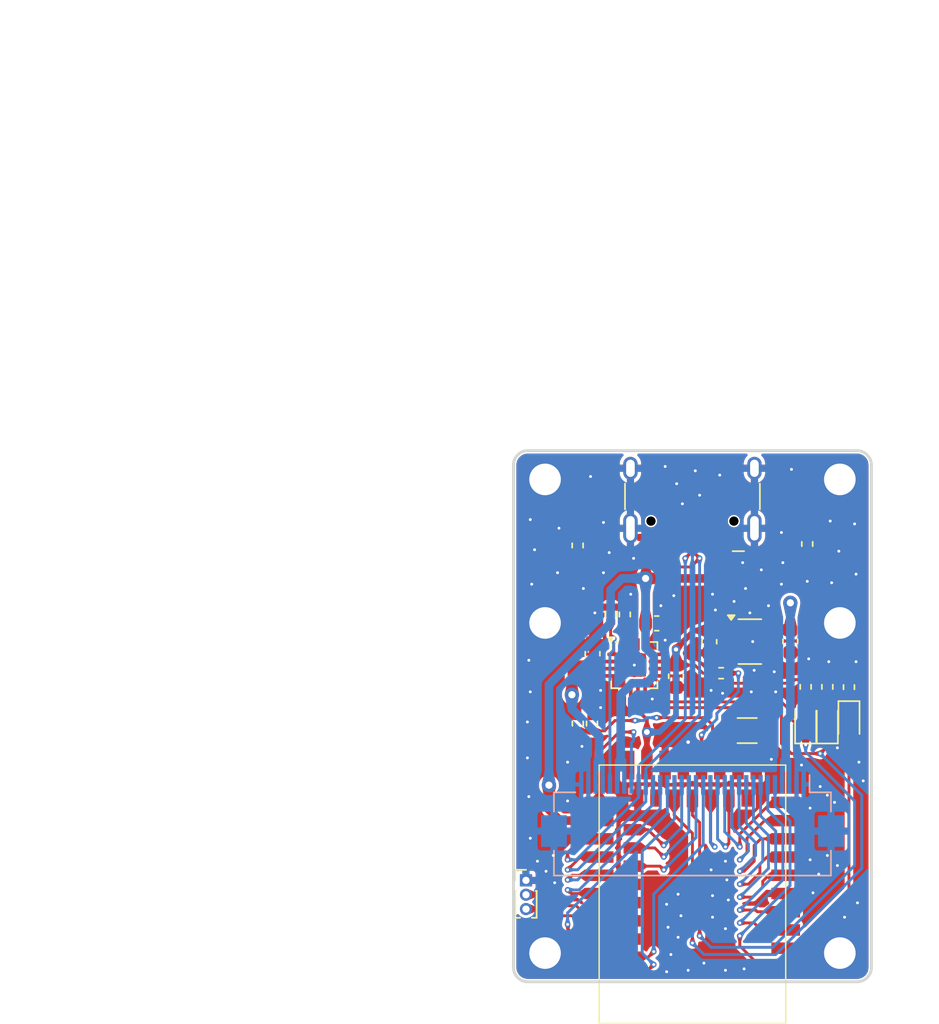
<source format=kicad_pcb>
(kicad_pcb (version 20241229) (generator "pcbnew") (generator_version "9.0")
  (layers (0 "F.Cu" signal) (2 "B.Cu" signal) (13 "F.Paste" user) (15 "B.Paste" user) (5 "F.SilkS" user "F.Silkscreen") (7 "B.SilkS" user "B.Silkscreen") (1 "F.Mask" user) (3 "B.Mask" user) (25 "Edge.Cuts" user))
  (net 0 "")
  (net 1 "GND")
  (net 2 "VBUS")
  (net 3 "VDDH")
  (net 4 "VBAT")
  (net 5 "EXT_VCC")
  (net 6 "BLUE_LED")
  (net 7 "Net-(D1-K)")
  (net 8 "CHG")
  (net 9 "Net-(D2-A)")
  (net 11 "DATA+")
  (net 13 "CC2")
  (net 14 "CC1")
  (net 15 "DATA-")
  (net 16 "SWC")
  (net 17 "SWD")
  (net 18 "P0.31")
  (net 19 "P0.30")
  (net 20 "P0.20")
  (net 21 "TXD")
  (net 22 "P0.28")
  (net 23 "P0.03")
  (net 24 "P0.17")
  (net 25 "P1.13")
  (net 26 "P0.15")
  (net 27 "TS")
  (net 28 "P0.13")
  (net 29 "P0.24")
  (net 30 "P1.11")
  (net 31 "P0.10")
  (net 32 "RESET")
  (net 33 "P0.09")
  (net 34 "P1.06")
  (net 35 "RXD")
  (net 36 "P0.29")
  (net 37 "P0.02")
  (net 38 "PGOOD")
  (net 39 "POWER_PIN")
  (net 40 "Net-(U3-ISET)")
  (net 41 "DCCH")
  (net 42 "BATTERY_PIN")
  (net 43 "Net-(U1-P0.01{slash}XL2)")
  (net 46 "nRF_VDD")
  (net 51 "Net-(U1-P0.00{slash}XL1)")
  (net 55 "Net-(D3-A)")
  (footprint "Capacitor_SMD:C_0603_1608Metric" (layer "F.Cu") (at 143.040998 95.641773 90)
    (property "Reference" "C5" (hide yes))
    (property "Value" "4.7uF")
  )
  (footprint "Resistor_SMD:R_0402_1005Metric" (layer "F.Cu") (at 145.28764 92.91 90)
    (property "Reference" "R10" (hide yes))
    (property "Value" "10k")
  )
  (footprint "Resistor_SMD:R_0402_1005Metric" (layer "F.Cu") (at 157.889064 97.952651 90)
    (property "Reference" "R8" (hide yes))
    (property "Value" "10k")
  )
  (footprint "MountingHole:MountingHole_2.2mm_M2_ISO7380_Pad_TopBottom" (layer "F.Cu") (at 139.73 93.5)
    (property "Reference" "H3" (hide yes))
    (property "Value" "MountingHole_Pad")
  )
  (footprint "LED_SMD:LED_0603_1608Metric" (layer "F.Cu") (at 159.4 100.4125 90)
    (property "Reference" "D3" (hide yes))
    (property "Value" "ORANGE")
  )
  (footprint "Capacitor_SMD:C_0603_1608Metric" (layer "F.Cu") (at 156.820511 94.783925 90)
    (property "Reference" "C2" (hide yes))
    (property "Value" "4.7uF")
  )
  (footprint "Resistor_SMD:R_0402_1005Metric" (layer "F.Cu") (at 159.400847 97.951821 90)
    (property "Reference" "R9" (hide yes))
    (property "Value" "10k")
  )
  (footprint "LED_SMD:LED_0603_1608Metric" (layer "F.Cu") (at 157.889064 100.4125 90)
    (property "Reference" "D2" (hide yes))
    (property "Value" "ORANGE")
  )
  (footprint "MountingHole:MountingHole_2.2mm_M2_ISO7380_Pad_TopBottom" (layer "F.Cu") (at 160.27 93.5)
    (property "Reference" "H4" (hide yes))
    (property "Value" "MountingHole_Pad")
  )
  (footprint "MountingHole:MountingHole_2.2mm_M2_ISO7380_Pad_TopBottom" (layer "F.Cu") (at 160.27 83.5)
    (property "Reference" "H2" (hide yes))
    (property "Value" "MountingHole_Pad")
  )
  (footprint "Capacitor_SMD:C_0603_1608Metric" (layer "F.Cu") (at 147.510391 93.528211 180)
    (property "Reference" "C3" (hide yes))
    (property "Value" "1uF")
  )
  (footprint "Resistor_SMD:R_0402_1005Metric" (layer "F.Cu") (at 160.906337 97.971886 90)
    (property "Reference" "R4" (hide yes))
    (property "Value" "1k")
  )
  (footprint "Connector_PinHeader_1.00mm:PinHeader_1x03_P1.00mm_Vertical" (layer "F.Cu") (at 138.4 111.433827)
    (property "Reference" "J2" (hide yes))
    (property "Value" "Conn_01x03_Pin")
  )
  (footprint "Resistor_SMD:R_0402_1005Metric" (layer "F.Cu") (at 142 88.1 -90)
    (property "Reference" "R2" (hide yes))
    (property "Value" "5.1k")
  )
  (footprint "MountingHole:MountingHole_2.2mm_M2_ISO7380_Pad_TopBottom" (layer "F.Cu") (at 139.73 83.5)
    (property "Reference" "H1" (hide yes))
    (property "Value" "MountingHole_Pad")
  )
  (footprint "MountingHole:MountingHole_2.2mm_M2_ISO7380_Pad_TopBottom" (layer "F.Cu") (at 139.73 116.5)
    (property "Reference" "H5" (hide yes))
    (property "Value" "MountingHole_Pad")
  )
  (footprint "LED_SMD:LED_0603_1608Metric" (layer "F.Cu") (at 160.906337 100.432434 -90)
    (property "Reference" "D1" (hide yes))
    (property "Value" "BLUE")
  )
  (footprint "Package_TO_SOT_SMD:SOT-23-5" (layer "F.Cu") (at 154 94.8)
    (property "Reference" "U2" (hide yes))
    (property "Value" "XC6220B331MR")
  )
  (footprint "Capacitor_SMD:C_0603_1608Metric" (layer "F.Cu") (at 148.854301 97.213223 90)
    (property "Reference" "C4" (hide yes))
    (property "Value" "4.7uF")
  )
  (footprint "MountingHole:MountingHole_2.2mm_M2_ISO7380_Pad_TopBottom" (layer "F.Cu") (at 160.27 116.5)
    (property "Reference" "H6" (hide yes))
    (property "Value" "MountingHole_Pad")
  )
  (footprint "Resistor_SMD:R_0402_1005Metric" (layer "F.Cu") (at 143 100.51 -90)
    (property "Reference" "R3" (hide yes))
    (property "Value" "820k")
  )
  (footprint "Connector_USB:USB_C_Receptacle_HCTL_HC-TYPE-C-16P-01A" (layer "F.Cu") (at 150 83.8 180)
    (property "Reference" "J1" (hide yes))
    (property "Value" "USB_C_Receptacle_USB2.0_16P")
  )
  (footprint "Resistor_SMD:R_0402_1005Metric" (layer "F.Cu") (at 152 97 180)
    (property "Reference" "R5" (hide yes))
    (property "Value" "10M")
  )
  (footprint "Resistor_SMD:R_0402_1005Metric" (layer "F.Cu") (at 158 88 -90)
    (property "Reference" "R1" (hide yes))
    (property "Value" "5.1k")
  )
  (footprint "Resistor_SMD:R_0402_1005Metric" (layer "F.Cu") (at 142.010718 100.511185 90)
    (property "Reference" "R6" (hide yes))
    (property "Value" "2M")
  )
  (footprint "Capacitor_SMD:C_0603_1608Metric" (layer "F.Cu") (at 151.179593 94.809231 90)
    (property "Reference" "C1" (hide yes))
    (property "Value" "10uF")
  )
  (footprint "Package_DFN_QFN:VQFN-16-1EP_3x3mm_P0.5mm_EP1.6x1.6mm" (layer "F.Cu") (at 145.95 96.4375)
    (property "Reference" "U3" (hide yes))
    (property "Value" "BQ24075RGT")
  )
  (footprint "Resistor_SMD:R_0402_1005Metric" (layer "F.Cu") (at 144.3 92.91 -90)
    (property "Reference" "R7" (hide yes))
    (property "Value" "10k")
  )
  (footprint "Library:E73-2G4M08S1C-52840" (layer "F.Cu") (at 150 112.4 -90)
    (property "Reference" "U1" (hide yes))
    (property "Value" "~")
  )
  (footprint "Crystal:Crystal_SMD_3215-2Pin_3.2x1.5mm" (layer "F.Cu") (at 153.813432 101 180)
    (property "Reference" "X1" (hide yes))
    (property "Value" "32768kHz")
  )
  (footprint "Connector_FFC-FPC:Hirose_FH12-32S-0.5SH_1x32-1MP_P0.50mm_Horizontal" (layer "B.Cu") (at 150 106.6 180)
    (property "Reference" "J3" (hide yes))
    (property "Value" "Conn_01x33_Socket")
  )
  (gr_line (start 137.53 117.5) (end 137.53 82.5) (stroke (width 0.2)) (layer "Edge.Cuts"))
  (gr_line (start 161.47 118.5) (end 138.53 118.5) (stroke (width 0.2)) (layer "Edge.Cuts"))
  (gr_line (start 162.47 82.5) (end 162.47 117.5) (stroke (width 0.2)) (layer "Edge.Cuts"))
  (gr_arc (start 137.53 82.5) (mid 137.822893 81.792893) (end 138.53 81.5) (stroke (width 0.2)) (layer "Edge.Cuts"))
  (gr_arc (start 162.47 117.5) (mid 162.177107 118.207107) (end 161.47 118.5) (stroke (width 0.2)) (layer "Edge.Cuts"))
  (gr_arc (start 138.53 118.5) (mid 137.822893 118.207107) (end 137.53 117.5) (stroke (width 0.2)) (layer "Edge.Cuts"))
  (gr_line (start 138.53 81.5) (end 161.47 81.5) (stroke (width 0.2)) (layer "Edge.Cuts"))
  (gr_arc (start 161.47 81.5) (mid 162.177107 81.792893) (end 162.47 82.5) (stroke (width 0.2)) (layer "Edge.Cuts"))
  (segment (start 145.95 96.703298) (end 145.95 96.4375) (width 0.2) (layer "F.Cu") (net 1))
  (segment (start 146.414798 97.1365) (end 146.383202 97.1365) (width 0.2) (layer "F.Cu") (net 1))
  (via (at 149.2 113.9) (size 0.4) (drill 0.2) (layers "F.Cu" "B.Cu") (net 1))
  (via (at 153.5 89.3) (size 0.4) (drill 0.2) (layers "F.Cu" "B.Cu") (net 1))
  (via (at 145.9 89) (size 0.4) (drill 0.2) (layers "F.Cu" "B.Cu") (net 1))
  (via (at 158.2 110) (size 0.4) (drill 0.2) (layers "F.Cu" "B.Cu") (net 1))
  (via (at 147.2 98.8) (size 0.4) (drill 0.2) (layers "F.Cu" "B.Cu") (net 1))
  (via (at 158.8 111) (size 0.4) (drill 0.2) (layers "F.Cu" "B.Cu") (net 1))
  (via (at 152.4 111.4) (size 0.4) (drill 0.2) (layers "F.Cu" "B.Cu") (net 1))
  (via (at 158.2 106.4) (size 0.4) (drill 0.2) (layers "F.Cu" "B.Cu") (net 1))
  (via (at 152.3 114.8) (size 0.4) (drill 0.2) (layers "F.Cu" "B.Cu") (net 1))
  (via (at 148.5 116.6) (size 0.4) (drill 0.2) (layers "F.Cu" "B.Cu") (net 1))
  (via (at 147.8 92.3) (size 0.4) (drill 0.2) (layers "F.Cu" "B.Cu") (net 1))
  (via (at 152.5 112.8) (size 0.4) (drill 0.2) (layers "F.Cu" "B.Cu") (net 1))
  (via (at 148.2 113.1) (size 0.4) (drill 0.2) (layers "F.Cu" "B.Cu") (net 1))
  (via (at 149.7 101.8) (size 0.5) (drill 0.25) (layers "F.Cu" "B.Cu") (net 1))
  (via (at 140.4 111.6) (size 0.4) (drill 0.2) (layers "F.Cu" "B.Cu") (net 1))
  (via (at 153.7 91.1) (size 0.4) (drill 0.2) (layers "F.Cu" "B.Cu") (net 1))
  (via (at 154.3 96.8) (size 0.4) (drill 0.2) (layers "F.Cu" "B.Cu") (net 1))
  (via (at 143.6 98.2) (size 0.4) (drill 0.2) (layers "F.Cu" "B.Cu") (net 1))
  (via (at 150.5 84.6) (size 0.4) (drill 0.2) (layers "F.Cu" "B.Cu") (net 1))
  (via (at 154.1 98.3) (size 0.4) (drill 0.2) (layers "F.Cu" "B.Cu") (net 1))
  (via (at 151.3 110.7) (size 0.4) (drill 0.2) (layers "F.Cu" "B.Cu") (net 1))
  (via (at 143.2 92.8) (size 0.4) (drill 0.2) (layers "F.Cu" "B.Cu") (net 1))
  (via (at 155.3 92.3) (size 0.4) (drill 0.2) (layers "F.Cu" "B.Cu") (net 1))
  (via (at 154.8 89.8) (size 0.4) (drill 0.2) (layers "F.Cu" "B.Cu") (net 1))
  (via (at 160.1 110.4) (size 0.4) (drill 0.2) (layers "F.Cu" "B.Cu") (net 1))
  (via (at 151.4 114) (size 0.4) (drill 0.2) (layers "F.Cu" "B.Cu") (net 1))
  (via (at 161.4 96.2) (size 0.4) (drill 0.2) (layers "F.Cu" "B.Cu") (net 1))
  (via (at 151.6 92.6) (size 0.4) (drill 0.2) (layers "F.Cu" "B.Cu") (net 1))
  (via (at 148.2 117.8) (size 0.4) (drill 0.2) (layers "F.Cu" "B.Cu") (net 1))
  (via (at 159.4 105.5) (size 0.4) (drill 0.2) (layers "F.Cu" "B.Cu") (net 1))
  (via (at 138.7 98.3) (size 0.4) (drill 0.2) (layers "F.Cu" "B.Cu") (net 1))
  (via (at 139.2 110.1) (size 0.4) (drill 0.2) (layers "F.Cu" "B.Cu") (net 1))
  (via (at 145.95 96.4375) (size 0.4) (drill 0.2) (layers "F.Cu" "B.Cu") (net 1))
  (via (at 159.4 109.7) (size 0.4) (drill 0.2) (layers "F.Cu" "B.Cu") (net 1))
  (via (at 158.1 96) (size 0.4) (drill 0.2) (layers "F.Cu" "B.Cu") (net 1))
  (via (at 154.2 94.8) (size 0.4) (drill 0.2) (layers "F.Cu" "B.Cu") (net 1))
  (via (at 148.1 82.6) (size 0.4) (drill 0.2) (layers "F.Cu" "B.Cu") (net 1))
  (via (at 156.9 82.8) (size 0.4) (drill 0.2) (layers "F.Cu" "B.Cu") (net 1))
  (via (at 152.9 92) (size 0.4) (drill 0.2) (layers "F.Cu" "B.Cu") (net 1))
  (via (at 158.9 104.9) (size 0.4) (drill 0.2) (layers "F.Cu" "B.Cu") (net 1))
  (via (at 151.3 98.2) (size 0.4) (drill 0.2) (layers "F.Cu" "B.Cu") (net 1))
  (via (at 155.7 96.9) (size 0.4) (drill 0.2) (layers "F.Cu" "B.Cu") (net 1))
  (via (at 160.1 102.2) (size 0.4) (drill 0.2) (layers "F.Cu" "B.Cu") (net 1))
  (via (at 156.3 89.3) (size 0.4) (drill 0.2) (layers "F.Cu" "B.Cu") (net 1))
  (via (at 145.7 91.5) (size 0.4) (drill 0.2) (layers "F.Cu" "B.Cu") (net 1))
  (via (at 152.3 117.7) (size 0.4) (drill 0.2) (layers "F.Cu" "B.Cu") (net 1))
  (via (at 140.3 109.7) (size 0.4) (drill 0.2) (layers "F.Cu" "B.Cu") (net 1))
  (via (at 149.7 117.7) (size 0.4) (drill 0.2) (layers "F.Cu" "B.Cu") (net 1))
  (via (at 156.2 90.8) (size 0.4) (drill 0.2) (layers "F.Cu" "B.Cu") (net 1))
  (via (at 148.9 83.8) (size 0.4) (drill 0.2) (layers "F.Cu" "B.Cu") (net 1))
  (via (at 155.5 103) (size 0.4) (drill 0.2) (layers "F.Cu" "B.Cu") (net 1))
  (via (at 144.2 88.6) (size 0.4) (drill 0.2) (layers "F.Cu" "B.Cu") (net 1))
  (via (at 143.6 99.4) (size 0.4) (drill 0.2) (layers "F.Cu" "B.Cu") (net 1))
  (via (at 156.2 87.2) (size 0.4) (drill 0.2) (layers "F.Cu" "B.Cu") (net 1))
  (via (at 157.6 103.4) (size 0.4) (drill 0.2) (layers "F.Cu" "B.Cu") (net 1))
  (via (at 148.7 91.6) (size 0.4) (drill 0.2) (layers "F.Cu" "B.Cu") (net 1))
  (via (at 143.8 86.5) (size 0.4) (drill 0.2) (layers "F.Cu" "B.Cu") (net 1))
  (via (at 141.3 105.9) (size 0.4) (drill 0.2) (layers "F.Cu" "B.Cu") (net 1))
  (via (at 160.6 114) (size 0.4) (drill 0.2) (layers "F.Cu" "B.Cu") (net 1))
  (via (at 148.3 114.7) (size 0.4) (drill 0.2) (layers "F.Cu" "B.Cu") (net 1))
  (via (at 140.6 90) (size 0.4) (drill 0.2) (layers "F.Cu" "B.Cu") (net 1))
  (via (at 138.6 105.6) (size 0.4) (drill 0.2) (layers "F.Cu" "B.Cu") (net 1))
  (via (at 139.8 110.8) (size 0.4) (drill 0.2) (layers "F.Cu" "B.Cu") (net 1))
  (via (at 149 112.4) (size 0.4) (drill 0.2) (layers "F.Cu" "B.Cu") (net 1))
  (via (at 159.6 86.4) (size 0.4) (drill 0.2) (layers "F.Cu" "B.Cu") (net 1))
  (via (at 138.7 108.5) (size 0.4) (drill 0.2) (layers "F.Cu" "B.Cu") (net 1))
  (via (at 158.4 112.3) (size 0.4) (drill 0.2) (layers "F.Cu" "B.Cu") (net 1))
  (via (at 150.2 82.9) (size 0.4) (drill 0.2) (layers "F.Cu" "B.Cu") (net 1))
  (via (at 158 90.6) (size 0.4) (drill 0.2) (layers "F.Cu" "B.Cu") (net 1))
  (via (at 142.3 102.1) (size 0.4) (drill 0.2) (layers "F.Cu" "B.Cu") (net 1))
  (via (at 148.1 94.7) (size 0.4) (drill 0.2) (layers "F.Cu" "B.Cu") (net 1))
  (via (at 149 115.4) (size 0.4) (drill 0.2) (layers "F.Cu" "B.Cu") (net 1))
  (via (at 161.3 86.6) (size 0.4) (drill 0.2) (layers "F.Cu" "B.Cu") (net 1))
  (via (at 138.5 102.9) (size 0.4) (drill 0.2) (layers "F.Cu" "B.Cu") (net 1))
  (via (at 138.6 96.1) (size 0.4) (drill 0.2) (layers "F.Cu" "B.Cu") (net 1))
  (via (at 138.8 90.8) (size 0.4) (drill 0.2) (layers "F.Cu" "B.Cu") (net 1))
  (via (at 160.2 88.5) (size 0.4) (drill 0.2) (layers "F.Cu" "B.Cu") (net 1))
  (via (at 159.7 90.7) (size 0.4) (drill 0.2) (layers "F.Cu" "B.Cu") (net 1))
  (via (at 138.5 100.4) (size 0.4) (drill 0.2) (layers "F.Cu" "B.Cu") (net 1))
  (via (at 152.1 98.4) (size 0.4) (drill 0.2) (layers "F.Cu" "B.Cu") (net 1))
  (via (at 161.9 104.5) (size 0.4) (drill 0.2) (layers "F.Cu" "B.Cu") (net 1))
  (via (at 161.6 103.2) (size 0.4) (drill 0.2) (layers "F.Cu" "B.Cu") (net 1))
  (via (at 155.8 98.3) (size 0.4) (drill 0.2) (layers "F.Cu" "B.Cu") (net 1))
  (via (at 151.4 112.5) (size 0.4) (drill 0.2) (layers "F.Cu" "B.Cu") (net 1))
  (via (at 139 88.4) (size 0.4) (drill 0.2) (layers "F.Cu" "B.Cu") (net 1))
  (via (at 141.3 103.2) (size 0.4) (drill 0.2) (layers "F.Cu" "B.Cu") (net 1))
  (via (at 140.7 86.9) (size 0.4) (drill 0.2) (layers "F.Cu" "B.Cu") (net 1))
  (via (at 159.9 106) (size 0.4) (drill 0.2) (layers "F.Cu" "B.Cu") (net 1))
  (via (at 143.8 90) (size 0.4) (drill 0.2) (layers "F.Cu" "B.Cu") (net 1))
  (via (at 151.9 83.2) (size 0.4) (drill 0.2) (layers "F.Cu" "B.Cu") (net 1))
  (via (at 142.4 91.1) (size 0.4) (drill 0.2) (layers "F.Cu" "B.Cu") (net 1))
  (via (at 153.6 117.6) (size 0.4) (drill 0.2) (layers "F.Cu" "B.Cu") (net 1))
  (via (at 149.3 85.2) (size 0.4) (drill 0.2) (layers "F.Cu" "B.Cu") (net 1))
  (via (at 138.7 86.3) (size 0.4) (drill 0.2) (layers "F.Cu" "B.Cu") (net 1))
  (via (at 150.8 117.2) (size 0.4) (drill 0.2) (layers "F.Cu" "B.Cu") (net 1))
  (via (at 152.3 110.1) (size 0.4) (drill 0.2) (layers "F.Cu" "B.Cu") (net 1))
  (via (at 151.4 91.5) (size 0.4) (drill 0.2) (layers "F.Cu" "B.Cu") (net 1))
  (via (at 161.4 90.1) (size 0.4) (drill 0.2) (layers "F.Cu" "B.Cu") (net 1))
  (via (at 161.5 113) (size 0.4) (drill 0.2) (layers "F.Cu" "B.Cu") (net 1))
  (via (at 142.9 83.3) (size 0.4) (drill 0.2) (layers "F.Cu" "B.Cu") (net 1))
  (via (at 154 92.8) (size 0.4) (drill 0.2) (layers "F.Cu" "B.Cu") (net 1))
  (via (at 159.5 96.2) (size 0.4) (drill 0.2) (layers "F.Cu" "B.Cu") (net 1))
  (segment (start 152.4 89.8) (end 151.8 90.4) (width 0.6) (layer "F.Cu") (net 2))
  (segment (start 146.7 95) (end 146.7 93.563602) (width 0.25) (layer "F.Cu") (net 2))
  (segment (start 146.735391 89.564609) (end 146.735391 90.4) (width 0.6) (layer "F.Cu") (net 2))
  (segment (start 151.8 90.4) (end 146.735391 90.4) (width 0.6) (layer "F.Cu") (net 2))
  (segment (start 147.6 88.7) (end 146.735391 89.564609) (width 0.6) (layer "F.Cu") (net 2))
  (segment (start 146.735391 90.4) (end 146.735391 93.528211) (width 0.6) (layer "F.Cu") (net 2))
  (segment (start 146.7 93.563602) (end 146.735391 93.528211) (width 0.2) (layer "F.Cu") (net 2))
  (segment (start 147.6 87.545) (end 147.6 88.7) (width 0.6) (layer "F.Cu") (net 2))
  (segment (start 140 106.5) (end 140.77 107.27) (width 0.6) (layer "F.Cu") (net 2))
  (segment (start 140.77 107.27) (end 143.5 107.27) (width 0.6) (layer "F.Cu") (net 2))
  (segment (start 140 104.801199) (end 140 106.5) (width 0.6) (layer "F.Cu") (net 2))
  (segment (start 140 104.801199) (end 140.099257 104.900456) (width 0.8) (layer "F.Cu") (net 2))
  (segment (start 152.4 87.545) (end 152.4 89.8) (width 0.6) (layer "F.Cu") (net 2))
  (via (at 146.735391 90.4) (size 1) (drill 0.5) (layers "F.Cu" "B.Cu") (net 2))
  (via (at 140 104.801199) (size 1) (drill 0.5) (layers "F.Cu" "B.Cu") (net 2))
  (segment (start 144.3 93.5) (end 140 97.8) (width 0.6) (layer "B.Cu") (net 2))
  (segment (start 146.735391 90.4) (end 145.1 90.4) (width 0.6) (layer "B.Cu") (net 2))
  (segment (start 147.3 95.8) (end 147.3 97.2) (width 0.6) (layer "B.Cu") (net 2))
  (segment (start 146.735391 90.4) (end 146.735391 95.235391) (width 0.6) (layer "B.Cu") (net 2))
  (segment (start 145.8 97.7) (end 145 98.5) (width 0.6) (layer "B.Cu") (net 2))
  (segment (start 146.8 97.7) (end 145.8 97.7) (width 0.6) (layer "B.Cu") (net 2))
  (segment (start 147.3 97.2) (end 146.8 97.7) (width 0.6) (layer "B.Cu") (net 2))
  (segment (start 146.735391 95.235391) (end 147.3 95.8) (width 0.6) (layer "B.Cu") (net 2))
  (segment (start 145 98.5) (end 145 102.3) (width 0.6) (layer "B.Cu") (net 2))
  (segment (start 140 97.8) (end 140 104.801199) (width 0.6) (layer "B.Cu") (net 2))
  (segment (start 144.3 91.2) (end 144.3 93.5) (width 0.6) (layer "B.Cu") (net 2))
  (segment (start 145.1 90.4) (end 144.3 91.2) (width 0.6) (layer "B.Cu") (net 2))
  (segment (start 147.3875 96.6875) (end 148.605024 96.6875) (width 0.25) (layer "F.Cu") (net 3))
  (segment (start 152.8625 93.85) (end 151.363824 93.85) (width 0.4) (layer "F.Cu") (net 3))
  (segment (start 150.167243 96.438223) (end 150.72902 97) (width 0.2) (layer "F.Cu") (net 3))
  (segment (start 146.825 103.4) (end 146.825 101.1) (width 0.4) (layer "F.Cu") (net 3))
  (segment (start 152 97.7) (end 156.9 97.7) (width 0.2) (layer "F.Cu") (net 3))
  (segment (start 148.854301 96.438223) (end 148.961777 96.438223) (width 0.2) (layer "F.Cu") (net 3))
  (segment (start 147.3875 96.1875) (end 148.603578 96.1875) (width 0.25) (layer "F.Cu") (net 3))
  (segment (start 150.167243 96.438223) (end 148.854301 96.438223) (width 0.2) (layer "F.Cu") (net 3))
  (segment (start 150.72902 97) (end 151.49 97) (width 0.2) (layer "F.Cu") (net 3))
  (segment (start 157.157349 97.442651) (end 157.889064 97.442651) (width 0.2) (layer "F.Cu") (net 3))
  (segment (start 151.363824 93.85) (end 151.179593 94.034231) (width 0.4) (layer "F.Cu") (net 3))
  (segment (start 146.825 101.1) (end 146.825 100.225) (width 0.25) (layer "F.Cu") (net 3))
  (segment (start 148.854301 95.295699) (end 148.857214 95.295699) (width 0.4) (layer "F.Cu") (net 3))
  (segment (start 151.49 97.19) (end 152 97.7) (width 0.2) (layer "F.Cu") (net 3))
  (segment (start 148.605024 96.6875) (end 148.854301 96.438223) (width 0.2) (layer "F.Cu") (net 3))
  (segment (start 148.854301 95.345699) (end 148.854301 95.295699) (width 0.6) (layer "F.Cu") (net 3))
  (segment (start 156.9 97.7) (end 157.157349 97.442651) (width 0.2) (layer "F.Cu") (net 3))
  (segment (start 151.179593 94.034231) (end 150.115769 94.034231) (width 0.4) (layer "F.Cu") (net 3))
  (segment (start 146.825 100.225) (end 145.7 99.1) (width 0.25) (layer "F.Cu") (net 3))
  (segment (start 159.400017 97.442651) (end 159.400847 97.441821) (width 0.2) (layer "F.Cu") (net 3))
  (segment (start 145.7 99.1) (end 145.7 97.875) (width 0.25) (layer "F.Cu") (net 3))
  (segment (start 150.115769 94.034231) (end 148.854301 95.295699) (width 0.4) (layer "F.Cu") (net 3))
  (segment (start 157.889064 97.442651) (end 159.400017 97.442651) (width 0.2) (layer "F.Cu") (net 3))
  (segment (start 151.49 97) (end 151.49 97.19) (width 0.2) (layer "F.Cu") (net 3))
  (segment (start 148.854301 95.345699) (end 148.854301 96.438223) (width 0.4) (layer "F.Cu") (net 3))
  (segment (start 148.603578 96.1875) (end 148.854301 96.438223) (width 0.2) (layer "F.Cu") (net 3))
  (via (at 148.854301 95.345699) (size 0.6) (drill 0.3) (layers "F.Cu" "B.Cu") (net 3))
  (via (at 146.825 101.1) (size 0.7) (drill 0.4) (layers "F.Cu" "B.Cu") (net 3))
  (segment (start 146.825 101.1) (end 147.7 101.1) (width 0.4) (layer "B.Cu") (net 3))
  (segment (start 147.7 101.1) (end 148.854301 99.945699) (width 0.4) (layer "B.Cu") (net 3))
  (segment (start 148.854301 99.945699) (end 148.854301 95.345699) (width 0.4) (layer "B.Cu") (net 3))
  (segment (start 142.183227 96.416773) (end 143.040998 96.416773) (width 0.6) (layer "F.Cu") (net 4))
  (segment (start 143.311725 96.6875) (end 143.040998 96.416773) (width 0.2) (layer "F.Cu") (net 4))
  (segment (start 143 96.457771) (end 143.040998 96.416773) (width 0.2) (layer "F.Cu") (net 4))
  (segment (start 144.5125 96.1875) (end 143.270271 96.1875) (width 0.25) (layer "F.Cu") (net 4))
  (segment (start 143.270271 96.1875) (end 143.040998 96.416773) (width 0.2) (layer "F.Cu") (net 4))
  (segment (start 141.6 97) (end 142.183227 96.416773) (width 0.6) (layer "F.Cu") (net 4))
  (segment (start 141.6 98.5) (end 141.6 97) (width 0.6) (layer "F.Cu") (net 4))
  (segment (start 143 100) (end 143 96.457771) (width 0.2) (layer "F.Cu") (net 4))
  (segment (start 144.5125 96.6875) (end 143.311725 96.6875) (width 0.25) (layer "F.Cu") (net 4))
  (via (at 141.6 98.5) (size 1) (drill 0.5) (layers "F.Cu" "B.Cu") (net 4))
  (segment (start 141.6 99.5) (end 143.5 101.4) (width 0.6) (layer "B.Cu") (net 4))
  (segment (start 141.6 98.5) (end 141.6 99.5) (width 0.6) (layer "B.Cu") (net 4))
  (segment (start 143.5 101.4) (end 143.5 102.3) (width 0.6) (layer "B.Cu") (net 4))
  (segment (start 155.1375 93.85) (end 156.661586 93.85) (width 0.4) (layer "F.Cu") (net 5))
  (segment (start 156.820511 94.008925) (end 156.820511 92.096715) (width 0.6) (layer "F.Cu") (net 5))
  (via (at 156.820511 92.096715) (size 1) (drill 0.5) (layers "F.Cu" "B.Cu") (net 5))
  (segment (start 156.820511 92.096715) (end 156.820511 100) (width 0.6) (layer "B.Cu") (net 5))
  (segment (start 156.820511 100) (end 156.5 100.320511) (width 0.6) (layer "B.Cu") (net 5))
  (segment (start 156.5 100.320511) (end 156.5 102.3) (width 0.6) (layer "B.Cu") (net 5))
  (segment (start 158 115) (end 160.906337 112.093663) (width 0.2) (layer "F.Cu") (net 6))
  (segment (start 160.906337 112.093663) (end 160.906337 101.219934) (width 0.2) (layer "F.Cu") (net 6))
  (segment (start 158 115.8) (end 158 115) (width 0.2) (layer "F.Cu") (net 6))
  (segment (start 157.64 116.16) (end 158 115.8) (width 0.2) (layer "F.Cu") (net 6))
  (segment (start 156.5 116.16) (end 157.64 116.16) (width 0.2) (layer "F.Cu") (net 6))
  (segment (start 160.906337 98.481886) (end 160.906337 99.644934) (width 0.2) (layer "F.Cu") (net 7))
  (segment (start 147.3875 97.3875) (end 147.6 97.6) (width 0.2) (layer "F.Cu") (net 8))
  (segment (start 147.6 98.15) (end 148.45 99) (width 0.2) (layer "F.Cu") (net 8))
  (segment (start 156.2 99) (end 156.8 99.6) (width 0.2) (layer "F.Cu") (net 8))
  (segment (start 147.6 97.6) (end 147.6 98.15) (width 0.2) (layer "F.Cu") (net 8))
  (segment (start 157.889064 101.989064) (end 157.889064 101.2) (width 0.2) (layer "F.Cu") (net 8))
  (segment (start 150.5 115.3) (end 150.5 107.4) (width 0.2) (layer "F.Cu") (net 8))
  (segment (start 149.99975 106.89975) (end 149.99975 105.7) (width 0.2) (layer "F.Cu") (net 8))
  (segment (start 147.3875 97.1875) (end 147.3875 97.3875) (width 0.2) (layer "F.Cu") (net 8))
  (segment (start 148.45 99) (end 156.2 99) (width 0.2) (layer "F.Cu") (net 8))
  (segment (start 156.8 99.6) (end 156.8 100.110936) (width 0.2) (layer "F.Cu") (net 8))
  (segment (start 150.5 107.4) (end 149.99975 106.89975) (width 0.2) (layer "F.Cu") (net 8))
  (segment (start 156.8 100.110936) (end 157.889064 101.2) (width 0.2) (layer "F.Cu") (net 8))
  (via (at 157.889064 101.989064) (size 0.4) (drill 0.2) (layers "F.Cu" "B.Cu") (net 8))
  (via (at 150.5 115.3) (size 0.4) (drill 0.2) (layers "F.Cu" "B.Cu") (net 8))
  (segment (start 161.3 110.4) (end 161.3 105.9) (width 0.2) (layer "B.Cu") (net 8))
  (segment (start 157.889064 102.489064) (end 157.889064 101.989064) (width 0.2) (layer "B.Cu") (net 8))
  (segment (start 155.6 116.1) (end 161.3 110.4) (width 0.2) (layer "B.Cu") (net 8))
  (segment (start 150.5 115.3) (end 151.3 116.1) (width 0.2) (layer "B.Cu") (net 8))
  (segment (start 151.3 116.1) (end 155.6 116.1) (width 0.2) (layer "B.Cu") (net 8))
  (segment (start 161.3 105.9) (end 157.889064 102.489064) (width 0.2) (layer "B.Cu") (net 8))
  (segment (start 157.889064 98.462651) (end 157.889064 99.625) (width 0.2) (layer "F.Cu") (net 9))
  (segment (start 141.297932 110.697544) (end 141.302456 110.697544) (width 0.2) (layer "F.Cu") (net 11))
  (segment (start 148.9 88.6) (end 148.9 89.4) (width 0.2) (layer "F.Cu") (net 11))
  (segment (start 149.1 89.6) (end 149.9 89.6) (width 0.2) (layer "F.Cu") (net 11))
  (segment (start 150.25 87.545) (end 150.25 88.75) (width 0.2) (layer "F.Cu") (net 11))
  (segment (start 150.25 88.75) (end 150.5 89) (width 0.2) (layer "F.Cu") (net 11))
  (segment (start 149.9 89.6) (end 150.5 89) (width 0.2) (layer "F.Cu") (net 11))
  (segment (start 142.19 109.81) (end 143.5 109.81) (width 0.2) (layer "F.Cu") (net 11))
  (segment (start 148.9 89.4) (end 149.1 89.6) (width 0.2) (layer "F.Cu") (net 11))
  (segment (start 149.25 88.25) (end 148.9 88.6) (width 0.2) (layer "F.Cu") (net 11))
  (segment (start 141.302456 110.697544) (end 142.19 109.81) (width 0.2) (layer "F.Cu") (net 11))
  (segment (start 149.25 87.545) (end 149.25 88.25) (width 0.2) (layer "F.Cu") (net 11))
  (via (at 141.297932 110.697544) (size 0.4) (drill 0.2) (layers "F.Cu" "B.Cu") (net 11))
  (via (at 150.5 89) (size 0.4) (drill 0.2) (layers "F.Cu" "B.Cu") (net 11))
  (segment (start 146.75 104.75) (end 146.75 103.65) (width 0.2) (layer "B.Cu") (net 11))
  (segment (start 146.75 105.95) (end 146.75 104.75) (width 0.2) (layer "B.Cu") (net 11))
  (segment (start 142.002456 110.697544) (end 146.75 105.95) (width 0.2) (layer "B.Cu") (net 11))
  (segment (start 150.5 99.9) (end 150.5 89) (width 0.2) (layer "B.Cu") (net 11))
  (segment (start 141.297932 110.697544) (end 142.002456 110.697544) (width 0.2) (layer "B.Cu") (net 11))
  (segment (start 146.75 103.65) (end 150.5 99.9) (width 0.2) (layer "B.Cu") (net 11))
  (segment (start 147.3 84.7) (end 143.7 84.7) (width 0.2) (layer "F.Cu") (net 13))
  (segment (start 148.25 85.65) (end 147.3 84.7) (width 0.2) (layer "F.Cu") (net 13))
  (segment (start 148.25 87.545) (end 148.25 85.65) (width 0.2) (layer "F.Cu") (net 13))
  (segment (start 142 86.4) (end 142 87.49) (width 0.2) (layer "F.Cu") (net 13))
  (segment (start 143.7 84.7) (end 142 86.4) (width 0.2) (layer "F.Cu") (net 13))
  (segment (start 152.2 84.7) (end 156.3 84.7) (width 0.2) (layer "F.Cu") (net 14))
  (segment (start 151.25 87.545) (end 151.25 85.65) (width 0.2) (layer "F.Cu") (net 14))
  (segment (start 156.3 84.7) (end 158 86.4) (width 0.2) (layer "F.Cu") (net 14))
  (segment (start 158 86.4) (end 158 87.49) (width 0.2) (layer "F.Cu") (net 14))
  (segment (start 151.25 85.65) (end 152.2 84.7) (width 0.2) (layer "F.Cu") (net 14))
  (segment (start 149.75 88.75) (end 149.75 87.545) (width 0.2) (layer "F.Cu") (net 15))
  (segment (start 149.9 86.3) (end 150.6 86.3) (width 0.2) (layer "F.Cu") (net 15))
  (segment (start 150.6 86.3) (end 150.75 86.45) (width 0.2) (layer "F.Cu") (net 15))
  (segment (start 141.296446 109.503554) (end 142.26 108.54) (width 0.2) (layer "F.Cu") (net 15))
  (segment (start 142.26 108.54) (end 143.5 108.54) (width 0.2) (layer "F.Cu") (net 15))
  (segment (start 150.75 86.45) (end 150.75 87.545) (width 0.2) (layer "F.Cu") (net 15))
  (segment (start 149.75 87.545) (end 149.75 86.45) (width 0.2) (layer "F.Cu") (net 15))
  (segment (start 149.5 89) (end 149.75 88.75) (width 0.2) (layer "F.Cu") (net 15))
  (segment (start 149.75 86.45) (end 149.9 86.3) (width 0.2) (layer "F.Cu") (net 15))
  (segment (start 141.296446 109.996446) (end 141.296446 109.503554) (width 0.2) (layer "F.Cu") (net 15))
  (via (at 149.5 89) (size 0.4) (drill 0.2) (layers "F.Cu" "B.Cu") (net 15))
  (via (at 141.296446 109.996446) (size 0.4) (drill 0.2) (layers "F.Cu" "B.Cu") (net 15))
  (segment (start 141.905554 109.996446) (end 146.25 105.652) (width 0.2) (layer "B.Cu") (net 15))
  (segment (start 146.25 104.75) (end 146.25 103.45) (width 0.2) (layer "B.Cu") (net 15))
  (segment (start 149.5 100.2) (end 149.5 89) (width 0.2) (layer "B.Cu") (net 15))
  (segment (start 146.25 105.652) (end 146.25 104.75) (width 0.2) (layer "B.Cu") (net 15))
  (segment (start 141.296446 109.996446) (end 141.905554 109.996446) (width 0.2) (layer "B.Cu") (net 15))
  (segment (start 146.25 103.45) (end 149.5 100.2) (width 0.2) (layer "B.Cu") (net 15))
  (segment (start 139.8 113.9) (end 139.333827 113.433827) (width 0.2) (layer "F.Cu") (net 16))
  (segment (start 139.333827 113.433827) (end 138.4 113.433827) (width 0.2) (layer "F.Cu") (net 16))
  (segment (start 142.69 114.89) (end 141.7 113.9) (width 0.2) (layer "F.Cu") (net 16))
  (segment (start 141.7 113.9) (end 139.8 113.9) (width 0.2) (layer "F.Cu") (net 16))
  (segment (start 143.5 114.89) (end 142.69 114.89) (width 0.2) (layer "F.Cu") (net 16))
  (segment (start 140.9 113.2) (end 140.133827 112.433827) (width 0.2) (layer "F.Cu") (net 17))
  (segment (start 141.9 113.2) (end 140.9 113.2) (width 0.2) (layer "F.Cu") (net 17))
  (segment (start 142.32 113.62) (end 141.9 113.2) (width 0.2) (layer "F.Cu") (net 17))
  (segment (start 143.5 113.62) (end 142.32 113.62) (width 0.2) (layer "F.Cu") (net 17))
  (segment (start 140.133827 112.433827) (end 138.4 112.433827) (width 0.2) (layer "F.Cu") (net 17))
  (segment (start 155.0272 107.2728) (end 156.5003 107.2728) (width 0.2) (layer "F.Cu") (net 18))
  (segment (start 153.8 109.5) (end 153.8 108.5) (width 0.2) (layer "F.Cu") (net 18))
  (segment (start 153.8 108.5) (end 155.0272 107.2728) (width 0.2) (layer "F.Cu") (net 18))
  (segment (start 153.3 110) (end 153.8 109.5) (width 0.2) (layer "F.Cu") (net 18))
  (via (at 153.3 110) (size 0.4) (drill 0.2) (layers "F.Cu" "B.Cu") (net 18))
  (segment (start 153.3 110) (end 153.9 109.4) (width 0.2) (layer "B.Cu") (net 18))
  (segment (start 153.9 108.9) (end 152.75 107.75) (width 0.2) (layer "B.Cu") (net 18))
  (segment (start 153.9 109.4) (end 153.9 108.9) (width 0.2) (layer "B.Cu") (net 18))
  (segment (start 152.75 107.75) (end 152.75 104.75) (width 0.2) (layer "B.Cu") (net 18))
  (segment (start 153.3 109.1) (end 153.3 108.2) (width 0.2) (layer "F.Cu") (net 19))
  (segment (start 153.3 108.2) (end 155.5 106) (width 0.2) (layer "F.Cu") (net 19))
  (segment (start 155.5 106) (end 156.5 106) (width 0.2) (layer "F.Cu") (net 19))
  (via (at 153.3 109.1) (size 0.4) (drill 0.2) (layers "F.Cu" "B.Cu") (net 19))
  (segment (start 153.3 109.1) (end 152.25 108.05) (width 0.2) (layer "B.Cu") (net 19))
  (segment (start 152.25 108.05) (end 152.25 104.75) (width 0.2) (layer "B.Cu") (net 19))
  (segment (start 147.745 110.445) (end 148 110.7) (width 0.2) (layer "F.Cu") (net 20))
  (segment (start 145.8 110.445) (end 147.745 110.445) (width 0.2) (layer "F.Cu") (net 20))
  (via (at 148 110.7) (size 0.4) (drill 0.2) (layers "F.Cu" "B.Cu") (net 20))
  (segment (start 150.25 108.45) (end 150.25 104.75) (width 0.2) (layer "B.Cu") (net 20))
  (segment (start 148 110.7) (end 150.25 108.45) (width 0.2) (layer "B.Cu") (net 20))
  (segment (start 152.53975 108.86025) (end 152.53975 105.7) (width 0.2) (layer "F.Cu") (net 21))
  (segment (start 152.3 109.1) (end 152.53975 108.86025) (width 0.2) (layer "F.Cu") (net 21))
  (via (at 152.3 109.1) (size 0.4) (drill 0.2) (layers "F.Cu" "B.Cu") (net 21))
  (segment (start 151.75 104.75) (end 151.75 108.55) (width 0.2) (layer "B.Cu") (net 21))
  (segment (start 151.75 108.55) (end 152.3 109.1) (width 0.2) (layer "B.Cu") (net 21))
  (segment (start 154.52 113.62) (end 156.5 113.62) (width 0.2) (layer "F.Cu") (net 22))
  (segment (start 154.4 113.5) (end 154.52 113.62) (width 0.2) (layer "F.Cu") (net 22))
  (segment (start 153.3 113.5) (end 154.4 113.5) (width 0.2) (layer "F.Cu") (net 22))
  (via (at 153.3 113.5) (size 0.4) (drill 0.2) (layers "F.Cu" "B.Cu") (net 22))
  (segment (start 155.8 111) (end 155.8 108) (width 0.2) (layer "B.Cu") (net 22))
  (segment (start 154.75 106.95) (end 154.75 104.75) (width 0.2) (layer "B.Cu") (net 22))
  (segment (start 155.8 108) (end 154.75 106.95) (width 0.2) (layer "B.Cu") (net 22))
  (segment (start 153.3 113.5) (end 155.8 111) (width 0.2) (layer "B.Cu") (net 22))
  (segment (start 153.3 114.4) (end 154.3 114.4) (width 0.2) (layer "F.Cu") (net 23))
  (segment (start 154.79 114.89) (end 156.5 114.89) (width 0.2) (layer "F.Cu") (net 23))
  (segment (start 154.3 114.4) (end 154.79 114.89) (width 0.2) (layer "F.Cu") (net 23))
  (via (at 153.3 114.4) (size 0.4) (drill 0.2) (layers "F.Cu" "B.Cu") (net 23))
  (segment (start 156.3 107.6) (end 155.25 106.55) (width 0.2) (layer "B.Cu") (net 23))
  (segment (start 153.3 114.4) (end 156.3 111.4) (width 0.2) (layer "B.Cu") (net 23))
  (segment (start 156.3 111.4) (end 156.3 107.6) (width 0.2) (layer "B.Cu") (net 23))
  (segment (start 155.25 106.55) (end 155.25 104.75) (width 0.2) (layer "B.Cu") (net 23))
  (segment (start 145.8 109.175) (end 147.375 109.175) (width 0.2) (layer "F.Cu") (net 24))
  (segment (start 147.375 109.175) (end 148 109.8) (width 0.2) (layer "F.Cu") (net 24))
  (via (at 148 109.8) (size 0.4) (drill 0.2) (layers "F.Cu" "B.Cu") (net 24))
  (segment (start 149.75 108.05) (end 149.75 104.75) (width 0.2) (layer "B.Cu") (net 24))
  (segment (start 148 109.8) (end 149.75 108.05) (width 0.2) (layer "B.Cu") (net 24))
  (segment (start 154.9 111.5) (end 155.32 111.08) (width 0.2) (layer "F.Cu") (net 25))
  (segment (start 154.9 111.9) (end 154.9 111.5) (width 0.2) (layer "F.Cu") (net 25))
  (segment (start 153.3 112.6) (end 154.2 112.6) (width 0.2) (layer "F.Cu") (net 25))
  (segment (start 155.32 111.08) (end 156.5 111.08) (width 0.2) (layer "F.Cu") (net 25))
  (segment (start 155.62 111.08) (end 156.5 111.08) (width 0.2) (layer "F.Cu") (net 25))
  (segment (start 154.2 112.6) (end 154.9 111.9) (width 0.2) (layer "F.Cu") (net 25))
  (via (at 153.3 112.6) (size 0.4) (drill 0.2) (layers "F.Cu" "B.Cu") (net 25))
  (segment (start 154.25 107.25) (end 154.25 104.75) (width 0.2) (layer "B.Cu") (net 25))
  (segment (start 155.3 110.6) (end 155.3 108.3) (width 0.2) (layer "B.Cu") (net 25))
  (segment (start 153.3 112.6) (end 155.3 110.6) (width 0.2) (layer "B.Cu") (net 25))
  (segment (start 155.3 108.3) (end 154.25 107.25) (width 0.2) (layer "B.Cu") (net 25))
  (segment (start 146.905 107.905) (end 148 109) (width 0.2) (layer "F.Cu") (net 26))
  (segment (start 145.8 107.905) (end 146.905 107.905) (width 0.2) (layer "F.Cu") (net 26))
  (via (at 148 109) (size 0.4) (drill 0.2) (layers "F.Cu" "B.Cu") (net 26))
  (segment (start 149.25 107.75) (end 149.25 104.75) (width 0.2) (layer "B.Cu") (net 26))
  (segment (start 148 109) (end 149.25 107.75) (width 0.2) (layer "B.Cu") (net 26))
  (segment (start 144.5125 94.6125) (end 144.5 94.6) (width 0.2) (layer "F.Cu") (net 27))
  (segment (start 144.3 93.42) (end 144.3 94.3875) (width 0.2) (layer "F.Cu") (net 27))
  (segment (start 144.5125 95.6875) (end 144.5125 94.6) (width 0.2) (layer "F.Cu") (net 27))
  (segment (start 144.3 94.3875) (end 144.5125 94.6) (width 0.2) (layer "F.Cu") (net 27))
  (via (at 144.5125 94.6) (size 0.4) (drill 0.2) (layers "F.Cu" "B.Cu") (net 27))
  (segment (start 144.5125 95.3875) (end 144.5125 94.6) (width 0.2) (layer "B.Cu") (net 27))
  (segment (start 144.25 95.65) (end 144.25 104.75) (width 0.2) (layer "B.Cu") (net 27))
  (segment (start 144.25 95.65) (end 144.5125 95.3875) (width 0.2) (layer "B.Cu") (net 27))
  (segment (start 141.62 111.08) (end 141.3 111.4) (width 0.2) (layer "F.Cu") (net 28))
  (segment (start 143.5 111.08) (end 141.62 111.08) (width 0.2) (layer "F.Cu") (net 28))
  (via (at 141.3 111.4) (size 0.4) (drill 0.2) (layers "F.Cu" "B.Cu") (net 28))
  (segment (start 142 111.4) (end 147.25 106.15) (width 0.2) (layer "B.Cu") (net 28))
  (segment (start 147.25 106.15) (end 147.25 104.75) (width 0.2) (layer "B.Cu") (net 28))
  (segment (start 141.3 111.4) (end 142 111.4) (width 0.2) (layer "B.Cu") (net 28))
  (segment (start 141.55 112.35) (end 141.3 112.1) (width 0.2) (layer "F.Cu") (net 29))
  (segment (start 143.5 112.35) (end 141.55 112.35) (width 0.2) (layer "F.Cu") (net 29))
  (via (at 141.3 112.1) (size 0.4) (drill 0.2) (layers "F.Cu" "B.Cu") (net 29))
  (segment (start 141.3 112.1) (end 142.1 112.1) (width 0.2) (layer "B.Cu") (net 29))
  (segment (start 147.75 106.45) (end 147.75 104.75) (width 0.2) (layer "B.Cu") (net 29))
  (segment (start 142.1 112.1) (end 147.75 106.45) (width 0.2) (layer "B.Cu") (net 29))
  (segment (start 154.73 117.43) (end 156.5 117.43) (width 0.2) (layer "F.Cu") (net 30))
  (segment (start 153.3 116) (end 154.73 117.43) (width 0.2) (layer "F.Cu") (net 30))
  (segment (start 153.3 115.3) (end 153.3 116) (width 0.2) (layer "F.Cu") (net 30))
  (via (at 153.3 115.3) (size 0.4) (drill 0.2) (layers "F.Cu" "B.Cu") (net 30))
  (segment (start 155.75 106.25) (end 155.75 104.75) (width 0.2) (layer "B.Cu") (net 30))
  (segment (start 153.3 115.3) (end 156.8 111.8) (width 0.2) (layer "B.Cu") (net 30))
  (segment (start 156.8 107.3) (end 155.75 106.25) (width 0.2) (layer "B.Cu") (net 30))
  (segment (start 156.8 111.8) (end 156.8 107.3) (width 0.2) (layer "B.Cu") (net 30))
  (segment (start 144.73 117.43) (end 145 117.7) (width 0.2) (layer "F.Cu") (net 31))
  (segment (start 146.9 117.7) (end 147.3 117.3) (width 0.2) (layer "F.Cu") (net 31))
  (segment (start 145 117.7) (end 146.9 117.7) (width 0.2) (layer "F.Cu") (net 31))
  (segment (start 143.5 117.43) (end 144.73 117.43) (width 0.2) (layer "F.Cu") (net 31))
  (via (at 147.3 117.3) (size 0.4) (drill 0.2) (layers "F.Cu" "B.Cu") (net 31))
  (segment (start 148.75 107.15) (end 148.75 104.75) (width 0.2) (layer "B.Cu") (net 31))
  (segment (start 147.3 117.3) (end 146.5 116.5) (width 0.2) (layer "B.Cu") (net 31))
  (segment (start 146.5 116.5) (end 146.5 109.4) (width 0.2) (layer "B.Cu") (net 31))
  (segment (start 146.5 109.4) (end 148.75 107.15) (width 0.2) (layer "B.Cu") (net 31))
  (segment (start 144.9 101.1) (end 143.5 102.5) (width 0.2) (layer "F.Cu") (net 32))
  (segment (start 145.9 101.1) (end 144.9 101.1) (width 0.2) (layer "F.Cu") (net 32))
  (segment (start 143.5 102.5) (end 143.5 106) (width 0.2) (layer "F.Cu") (net 32))
  (via (at 145.9 101.1) (size 0.4) (drill 0.2) (layers "F.Cu" "B.Cu") (net 32))
  (segment (start 145.9 101.1) (end 145.9 101.7) (width 0.2) (layer "B.Cu") (net 32))
  (segment (start 145.9 101.7) (end 145.75 101.85) (width 0.2) (layer "B.Cu") (net 32))
  (segment (start 145.75 101.85) (end 145.75 104.75) (width 0.2) (layer "B.Cu") (net 32))
  (segment (start 141.3 114.8) (end 142 115.5) (width 0.2) (layer "F.Cu") (net 33))
  (segment (start 142 115.5) (end 142 115.9) (width 0.2) (layer "F.Cu") (net 33))
  (segment (start 142.2572 116.1572) (end 143.4997 116.1572) (width 0.2) (layer "F.Cu") (net 33))
  (segment (start 142 115.9) (end 142.2572 116.1572) (width 0.2) (layer "F.Cu") (net 33))
  (segment (start 141.3 114.5) (end 141.3 114.8) (width 0.2) (layer "F.Cu") (net 33))
  (via (at 141.3 114.5) (size 0.4) (drill 0.2) (layers "F.Cu" "B.Cu") (net 33))
  (segment (start 141.3 113.7) (end 148.25 106.75) (width 0.2) (layer "B.Cu") (net 33))
  (segment (start 148.25 106.75) (end 148.25 104.75) (width 0.2) (layer "B.Cu") (net 33))
  (segment (start 141.3 114.5) (end 141.3 113.7) (width 0.2) (layer "B.Cu") (net 33))
  (segment (start 146.91 116.79) (end 147.3 116.4) (width 0.2) (layer "F.Cu") (net 34))
  (segment (start 145.8 116.79) (end 146.91 116.79) (width 0.2) (layer "F.Cu") (net 34))
  (via (at 147.3 116.4) (size 0.4) (drill 0.2) (layers "F.Cu" "B.Cu") (net 34))
  (segment (start 147.3 112.4) (end 150.75 108.95) (width 0.2) (layer "B.Cu") (net 34))
  (segment (start 147.3 116.4) (end 147.3 112.4) (width 0.2) (layer "B.Cu") (net 34))
  (segment (start 150.75 108.95) (end 150.75 104.75) (width 0.2) (layer "B.Cu") (net 34))
  (segment (start 151.26975 108.81519) (end 151.26975 105.7) (width 0.2) (layer "F.Cu") (net 35))
  (segment (start 151.55456 109.1) (end 151.26975 108.81519) (width 0.2) (layer "F.Cu") (net 35))
  (via (at 151.55456 109.1) (size 0.4) (drill 0.2) (layers "F.Cu" "B.Cu") (net 35))
  (segment (start 151.55456 109.1) (end 151.25 108.79544) (width 0.2) (layer "B.Cu") (net 35))
  (segment (start 151.25 108.79544) (end 151.25 104.75) (width 0.2) (layer "B.Cu") (net 35))
  (segment (start 154.3 110.1) (end 154.3 109) (width 0.2) (layer "F.Cu") (net 36))
  (segment (start 153.6 110.8) (end 154.3 110.1) (width 0.2) (layer "F.Cu") (net 36))
  (segment (start 154.3 109) (end 154.76 108.54) (width 0.2) (layer "F.Cu") (net 36))
  (segment (start 154.76 108.54) (end 156.5 108.54) (width 0.2) (layer "F.Cu") (net 36))
  (segment (start 153.3 110.8) (end 153.6 110.8) (width 0.2) (layer "F.Cu") (net 36))
  (via (at 153.3 110.8) (size 0.4) (drill 0.2) (layers "F.Cu" "B.Cu") (net 36))
  (segment (start 153.25 107.65) (end 153.25 104.75) (width 0.2) (layer "B.Cu") (net 36))
  (segment (start 154.4 108.8) (end 153.25 107.65) (width 0.2) (layer "B.Cu") (net 36))
  (segment (start 153.3 110.8) (end 154.4 109.7) (width 0.2) (layer "B.Cu") (net 36))
  (segment (start 154.4 109.7) (end 154.4 108.8) (width 0.2) (layer "B.Cu") (net 36))
  (segment (start 153.9 111.7) (end 154.7 110.9) (width 0.2) (layer "F.Cu") (net 37))
  (segment (start 154.7 110.3) (end 155.19 109.81) (width 0.2) (layer "F.Cu") (net 37))
  (segment (start 154.7 110.9) (end 154.7 110.3) (width 0.2) (layer "F.Cu") (net 37))
  (segment (start 155.19 109.81) (end 156.5 109.81) (width 0.2) (layer "F.Cu") (net 37))
  (segment (start 153.3 111.7) (end 153.9 111.7) (width 0.2) (layer "F.Cu") (net 37))
  (via (at 153.3 111.7) (size 0.4) (drill 0.2) (layers "F.Cu" "B.Cu") (net 37))
  (segment (start 153.3 111.7) (end 154.9 110.1) (width 0.2) (layer "B.Cu") (net 37))
  (segment (start 153.75 107.45) (end 153.75 104.75) (width 0.2) (layer "B.Cu") (net 37))
  (segment (start 154.9 110.1) (end 154.9 108.6) (width 0.2) (layer "B.Cu") (net 37))
  (segment (start 154.9 108.6) (end 153.75 107.45) (width 0.2) (layer "B.Cu") (net 37))
  (segment (start 158.9 102.6) (end 156.9 102.6) (width 0.2) (layer "F.Cu") (net 38))
  (segment (start 156.2 101.9) (end 156.2 99.8) (width 0.2) (layer "F.Cu") (net 38))
  (segment (start 159.4 102.1) (end 158.9 102.6) (width 0.2) (layer "F.Cu") (net 38))
  (segment (start 150 115.8) (end 150 108.15) (width 0.2) (layer "F.Cu") (net 38))
  (segment (start 148.72975 106.87975) (end 148.72975 105.7) (width 0.2) (layer "F.Cu") (net 38))
  (segment (start 159.4 101.2) (end 159.4 102.1) (width 0.2) (layer "F.Cu") (net 38))
  (segment (start 150 108.15) (end 148.72975 106.87975) (width 0.2) (layer "F.Cu") (net 38))
  (segment (start 156.9 102.6) (end 156.2 101.9) (width 0.2) (layer "F.Cu") (net 38))
  (segment (start 146.2 98.8) (end 146.2 97.875) (width 0.2) (layer "F.Cu") (net 38))
  (segment (start 146.8 99.4) (end 146.2 98.8) (width 0.2) (layer "F.Cu") (net 38))
  (segment (start 156.2 99.8) (end 155.8 99.4) (width 0.2) (layer "F.Cu") (net 38))
  (segment (start 155.8 99.4) (end 146.8 99.4) (width 0.2) (layer "F.Cu") (net 38))
  (via (at 158.9 102.6) (size 0.4) (drill 0.2) (layers "F.Cu" "B.Cu") (net 38))
  (via (at 150 115.8) (size 0.4) (drill 0.2) (layers "F.Cu" "B.Cu") (net 38))
  (segment (start 155.8 116.6) (end 161.8 110.6) (width 0.2) (layer "B.Cu") (net 38))
  (segment (start 150.8 116.6) (end 155.8 116.6) (width 0.2) (layer "B.Cu") (net 38))
  (segment (start 161.8 110.6) (end 161.8 105.5) (width 0.2) (layer "B.Cu") (net 38))
  (segment (start 161.8 105.5) (end 158.9 102.6) (width 0.2) (layer "B.Cu") (net 38))
  (segment (start 150 115.8) (end 150.8 116.6) (width 0.2) (layer "B.Cu") (net 38))
  (segment (start 150.635 101.3) (end 150.635 103.4) (width 0.2) (layer "F.Cu") (net 39))
  (segment (start 152.51 96.1025) (end 152.8625 95.75) (width 0.2) (layer "F.Cu") (net 39))
  (segment (start 152.51 97) (end 152.51 96.1025) (width 0.2) (layer "F.Cu") (net 39))
  (segment (start 153.199258 97) (end 153.2 97.000742) (width 0.2) (layer "F.Cu") (net 39))
  (segment (start 152.51 97) (end 153.199258 97) (width 0.2) (layer "F.Cu") (net 39))
  (via (at 150.635 101.3) (size 0.4) (drill 0.2) (layers "F.Cu" "B.Cu") (net 39))
  (via (at 153.2 97.000742) (size 0.4) (drill 0.2) (layers "F.Cu" "B.Cu") (net 39))
  (segment (start 153.2 97.000742) (end 153.2 98.3) (width 0.2) (layer "B.Cu") (net 39))
  (segment (start 153.2 98.3) (end 151.7 99.8) (width 0.2) (layer "B.Cu") (net 39))
  (segment (start 151.7 100.2) (end 150.635 101.265) (width 0.2) (layer "B.Cu") (net 39))
  (segment (start 151.7 99.8) (end 151.7 100.2) (width 0.2) (layer "B.Cu") (net 39))
  (segment (start 150.635 101.265) (end 150.635 101.3) (width 0.2) (layer "B.Cu") (net 39))
  (segment (start 145.2 95) (end 145.2 93.50764) (width 0.2) (layer "F.Cu") (net 40))
  (segment (start 145.2 93.50764) (end 145.28764 93.42) (width 0.2) (layer "F.Cu") (net 40))
  (segment (start 142.998815 101.021185) (end 143 101.02) (width 0.2) (layer "F.Cu") (net 42))
  (segment (start 151.4 101.9) (end 151.905 102.405) (width 0.2) (layer "F.Cu") (net 42))
  (segment (start 151.4 100.6) (end 151.4 101.9) (width 0.2) (layer "F.Cu") (net 42))
  (segment (start 142.010718 101.021185) (end 142.998815 101.021185) (width 0.2) (layer "F.Cu") (net 42))
  (segment (start 147.5 100.1) (end 150.9 100.1) (width 0.2) (layer "F.Cu") (net 42))
  (segment (start 143.88 101.02) (end 143 101.02) (width 0.2) (layer "F.Cu") (net 42))
  (segment (start 151.905 102.405) (end 151.905 103.4) (width 0.2) (layer "F.Cu") (net 42))
  (segment (start 150.9 100.1) (end 151.4 100.6) (width 0.2) (layer "F.Cu") (net 42))
  (segment (start 144.6 100.3) (end 143.88 101.02) (width 0.2) (layer "F.Cu") (net 42))
  (segment (start 146 100.3) (end 144.6 100.3) (width 0.2) (layer "F.Cu") (net 42))
  (via (at 147.5 100.1) (size 0.4) (drill 0.2) (layers "F.Cu" "B.Cu") (net 42))
  (via (at 146 100.3) (size 0.4) (drill 0.2) (layers "F.Cu" "B.Cu") (net 42))
  (segment (start 146 100.3) (end 146.6 100.3) (width 0.2) (layer "B.Cu") (net 42))
  (segment (start 146.6 100.3) (end 146.8 100.1) (width 0.2) (layer "B.Cu") (net 42))
  (segment (start 146.8 100.1) (end 147.5 100.1) (width 0.2) (layer "B.Cu") (net 42))
  (segment (start 152.563432 101.403527) (end 153.175 102.015095) (width 0.2) (layer "F.Cu") (net 43))
  (segment (start 153.175 102.015095) (end 153.175 103.4) (width 0.2) (layer "F.Cu") (net 43))
  (segment (start 152.563432 101) (end 152.563432 101.403527) (width 0.2) (layer "F.Cu") (net 43))
  (segment (start 154.445 102.032197) (end 155.063432 101.413765) (width 0.2) (layer "F.Cu") (net 51))
  (segment (start 154.445 103.4) (end 154.445 102.032197) (width 0.2) (layer "F.Cu") (net 51))
  (segment (start 155.063432 101.413765) (end 155.063432 101) (width 0.2) (layer "F.Cu") (net 51))
  (segment (start 159.400847 98.461821) (end 159.400847 99.624153) (width 0.2) (layer "F.Cu") (net 55))
  (segment (start 159.400847 99.624153) (end 159.4 99.625) (width 0.2) (layer "F.Cu") (net 55))
  (zone (net 1) (net_name "GND") (layers "F.Cu" "B.Cu") (name "GND") (connect_pads (clearance 0.2)) (min_thickness 0.2) (fill yes (thermal_gap 0.25) (thermal_bridge_width 0.5))
    (polygon (pts (xy 134 78) (xy 166 78) (xy 166 121) (xy 134 121)))
  )
  (zone (net 2) (net_name "VBUS") (layer "B.Cu") (priority 4) (connect_pads (clearance 0.2)) (min_thickness 0.25) (fill yes (thermal_gap 0.25) (thermal_bridge_width 0.5) (island_removal_mode 1) (island_area_min 10))
    (polygon (pts (xy 144.6 105.4) (xy 145.4 105.4) (xy 145.4 103) (xy 145.3 102.9) (xy 145.3 102.1) (xy 144.7 102.1) (xy 144.7 102.9) (xy 144.6 103)))
  )
  (zone (net 5) (net_name "EXT_VCC") (layer "B.Cu") (priority 2) (connect_pads (clearance 0.2)) (min_thickness 0.25) (fill yes (thermal_gap 0.25) (thermal_bridge_width 0.5) (island_removal_mode 1) (island_area_min 10))
    (polygon (pts (xy 156.1 105.4) (xy 156.9 105.4) (xy 156.9 103) (xy 156.8 102.9) (xy 156.8 102.1) (xy 156.2 102.1) (xy 156.2 102.9) (xy 156.1 103)))
  )
  (zone (net 4) (net_name "VBAT") (layer "B.Cu") (priority 1) (connect_pads (clearance 0.2)) (min_thickness 0.25) (fill yes (thermal_gap 0.25) (thermal_bridge_width 0.5) (island_removal_mode 1) (island_area_min 10))
    (polygon (pts (xy 143.1 105.4) (xy 143.9 105.4) (xy 143.9 103) (xy 143.8 102.9) (xy 143.8 102.1) (xy 143.2 102.1) (xy 143.2 102.9) (xy 143.1 103)))
  )
)
</source>
